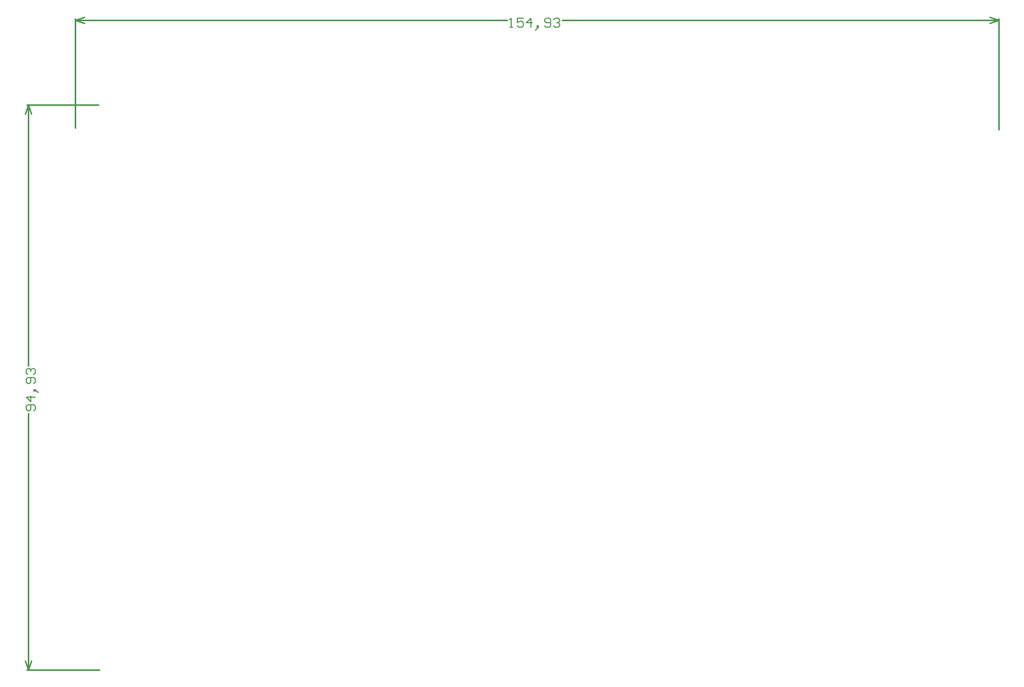
<source format=gbr>
%TF.GenerationSoftware,Altium Limited,Altium Designer,22.7.1 (60)*%
G04 Layer_Color=32768*
%FSLAX43Y43*%
%MOMM*%
%TF.SameCoordinates,2ABDD118-431D-4485-972F-9944B14BA474*%
%TF.FilePolarity,Positive*%
%TF.FileFunction,Other,Top_Dims*%
%TF.Part,Single*%
G01*
G75*
%TA.AperFunction,NonConductor*%
%ADD51C,0.254*%
%ADD53C,0.152*%
D51*
X-8128Y72D02*
X4117D01*
X-8128Y95004D02*
X3951D01*
X-7874Y72D02*
Y43170D01*
Y51093D02*
Y95004D01*
Y72D02*
X-7366Y1596D01*
X-8382D02*
X-7874Y72D01*
X-8382Y93480D02*
X-7874Y95004D01*
X-7366Y93480D01*
X154984Y90863D02*
Y109474D01*
X56Y91110D02*
Y109474D01*
X81710Y109220D02*
X154984D01*
X56D02*
X72518D01*
X153460Y109728D02*
X154984Y109220D01*
X153460Y108712D02*
X154984Y109220D01*
X56D02*
X1580Y108712D01*
X56Y109220D02*
X1580Y109728D01*
D53*
X-6960Y43577D02*
X-6706Y43831D01*
Y44339D01*
X-6960Y44593D01*
X-7976D01*
X-8229Y44339D01*
Y43831D01*
X-7976Y43577D01*
X-7722D01*
X-7468Y43831D01*
Y44593D01*
X-6706Y45862D02*
X-8229D01*
X-7468Y45100D01*
Y46116D01*
X-6452Y46878D02*
X-6706Y47132D01*
X-6960D01*
Y46878D01*
X-6706D01*
Y47132D01*
X-6452Y46878D01*
X-6198Y46624D01*
X-6960Y48147D02*
X-6706Y48401D01*
Y48909D01*
X-6960Y49163D01*
X-7976D01*
X-8229Y48909D01*
Y48401D01*
X-7976Y48147D01*
X-7722D01*
X-7468Y48401D01*
Y49163D01*
X-7976Y49671D02*
X-8229Y49925D01*
Y50433D01*
X-7976Y50687D01*
X-7722D01*
X-7468Y50433D01*
Y50179D01*
Y50433D01*
X-7214Y50687D01*
X-6960D01*
X-6706Y50433D01*
Y49925D01*
X-6960Y49671D01*
X72924Y108052D02*
X73432D01*
X73178D01*
Y109575D01*
X72924Y109322D01*
X75209Y109575D02*
X74194D01*
Y108814D01*
X74701Y109068D01*
X74955D01*
X75209Y108814D01*
Y108306D01*
X74955Y108052D01*
X74447D01*
X74194Y108306D01*
X76479Y108052D02*
Y109575D01*
X75717Y108814D01*
X76733D01*
X77494Y107798D02*
X77748Y108052D01*
Y108306D01*
X77494D01*
Y108052D01*
X77748D01*
X77494Y107798D01*
X77241Y107544D01*
X78764Y108306D02*
X79018Y108052D01*
X79526D01*
X79780Y108306D01*
Y109322D01*
X79526Y109575D01*
X79018D01*
X78764Y109322D01*
Y109068D01*
X79018Y108814D01*
X79780D01*
X80288Y109322D02*
X80541Y109575D01*
X81049D01*
X81303Y109322D01*
Y109068D01*
X81049Y108814D01*
X80795D01*
X81049D01*
X81303Y108560D01*
Y108306D01*
X81049Y108052D01*
X80541D01*
X80288Y108306D01*
%TF.MD5,8016476cd53868b2ac8f9d7e1145b2c6*%
M02*

</source>
